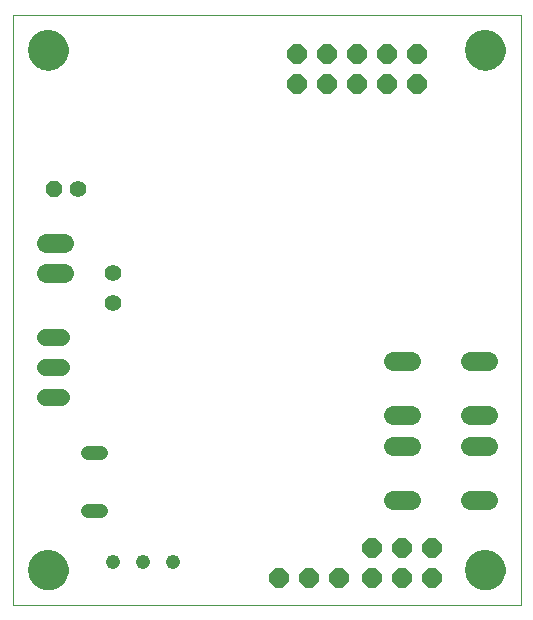
<source format=gbs>
G75*
G70*
%OFA0B0*%
%FSLAX24Y24*%
%IPPOS*%
%LPD*%
%AMOC8*
5,1,8,0,0,1.08239X$1,22.5*
%
%ADD10C,0.0000*%
%ADD11C,0.0640*%
%ADD12C,0.0480*%
%ADD13OC8,0.0560*%
%ADD14C,0.0560*%
%ADD15C,0.0560*%
%ADD16C,0.1340*%
%ADD17OC8,0.0640*%
%ADD18C,0.0476*%
%ADD19C,0.0555*%
D10*
X001110Y000743D02*
X001110Y020428D01*
X018039Y020428D01*
X018039Y000743D01*
X001110Y000743D01*
X001641Y001924D02*
X001643Y001974D01*
X001649Y002024D01*
X001659Y002074D01*
X001672Y002122D01*
X001689Y002170D01*
X001710Y002216D01*
X001734Y002260D01*
X001762Y002302D01*
X001793Y002342D01*
X001827Y002379D01*
X001864Y002414D01*
X001903Y002445D01*
X001944Y002474D01*
X001988Y002499D01*
X002034Y002521D01*
X002081Y002539D01*
X002129Y002553D01*
X002178Y002564D01*
X002228Y002571D01*
X002278Y002574D01*
X002329Y002573D01*
X002379Y002568D01*
X002429Y002559D01*
X002477Y002547D01*
X002525Y002530D01*
X002571Y002510D01*
X002616Y002487D01*
X002659Y002460D01*
X002699Y002430D01*
X002737Y002397D01*
X002772Y002361D01*
X002805Y002322D01*
X002834Y002281D01*
X002860Y002238D01*
X002883Y002193D01*
X002902Y002146D01*
X002917Y002098D01*
X002929Y002049D01*
X002937Y001999D01*
X002941Y001949D01*
X002941Y001899D01*
X002937Y001849D01*
X002929Y001799D01*
X002917Y001750D01*
X002902Y001702D01*
X002883Y001655D01*
X002860Y001610D01*
X002834Y001567D01*
X002805Y001526D01*
X002772Y001487D01*
X002737Y001451D01*
X002699Y001418D01*
X002659Y001388D01*
X002616Y001361D01*
X002571Y001338D01*
X002525Y001318D01*
X002477Y001301D01*
X002429Y001289D01*
X002379Y001280D01*
X002329Y001275D01*
X002278Y001274D01*
X002228Y001277D01*
X002178Y001284D01*
X002129Y001295D01*
X002081Y001309D01*
X002034Y001327D01*
X001988Y001349D01*
X001944Y001374D01*
X001903Y001403D01*
X001864Y001434D01*
X001827Y001469D01*
X001793Y001506D01*
X001762Y001546D01*
X001734Y001588D01*
X001710Y001632D01*
X001689Y001678D01*
X001672Y001726D01*
X001659Y001774D01*
X001649Y001824D01*
X001643Y001874D01*
X001641Y001924D01*
X001641Y019247D02*
X001643Y019297D01*
X001649Y019347D01*
X001659Y019397D01*
X001672Y019445D01*
X001689Y019493D01*
X001710Y019539D01*
X001734Y019583D01*
X001762Y019625D01*
X001793Y019665D01*
X001827Y019702D01*
X001864Y019737D01*
X001903Y019768D01*
X001944Y019797D01*
X001988Y019822D01*
X002034Y019844D01*
X002081Y019862D01*
X002129Y019876D01*
X002178Y019887D01*
X002228Y019894D01*
X002278Y019897D01*
X002329Y019896D01*
X002379Y019891D01*
X002429Y019882D01*
X002477Y019870D01*
X002525Y019853D01*
X002571Y019833D01*
X002616Y019810D01*
X002659Y019783D01*
X002699Y019753D01*
X002737Y019720D01*
X002772Y019684D01*
X002805Y019645D01*
X002834Y019604D01*
X002860Y019561D01*
X002883Y019516D01*
X002902Y019469D01*
X002917Y019421D01*
X002929Y019372D01*
X002937Y019322D01*
X002941Y019272D01*
X002941Y019222D01*
X002937Y019172D01*
X002929Y019122D01*
X002917Y019073D01*
X002902Y019025D01*
X002883Y018978D01*
X002860Y018933D01*
X002834Y018890D01*
X002805Y018849D01*
X002772Y018810D01*
X002737Y018774D01*
X002699Y018741D01*
X002659Y018711D01*
X002616Y018684D01*
X002571Y018661D01*
X002525Y018641D01*
X002477Y018624D01*
X002429Y018612D01*
X002379Y018603D01*
X002329Y018598D01*
X002278Y018597D01*
X002228Y018600D01*
X002178Y018607D01*
X002129Y018618D01*
X002081Y018632D01*
X002034Y018650D01*
X001988Y018672D01*
X001944Y018697D01*
X001903Y018726D01*
X001864Y018757D01*
X001827Y018792D01*
X001793Y018829D01*
X001762Y018869D01*
X001734Y018911D01*
X001710Y018955D01*
X001689Y019001D01*
X001672Y019049D01*
X001659Y019097D01*
X001649Y019147D01*
X001643Y019197D01*
X001641Y019247D01*
X016208Y019247D02*
X016210Y019297D01*
X016216Y019347D01*
X016226Y019397D01*
X016239Y019445D01*
X016256Y019493D01*
X016277Y019539D01*
X016301Y019583D01*
X016329Y019625D01*
X016360Y019665D01*
X016394Y019702D01*
X016431Y019737D01*
X016470Y019768D01*
X016511Y019797D01*
X016555Y019822D01*
X016601Y019844D01*
X016648Y019862D01*
X016696Y019876D01*
X016745Y019887D01*
X016795Y019894D01*
X016845Y019897D01*
X016896Y019896D01*
X016946Y019891D01*
X016996Y019882D01*
X017044Y019870D01*
X017092Y019853D01*
X017138Y019833D01*
X017183Y019810D01*
X017226Y019783D01*
X017266Y019753D01*
X017304Y019720D01*
X017339Y019684D01*
X017372Y019645D01*
X017401Y019604D01*
X017427Y019561D01*
X017450Y019516D01*
X017469Y019469D01*
X017484Y019421D01*
X017496Y019372D01*
X017504Y019322D01*
X017508Y019272D01*
X017508Y019222D01*
X017504Y019172D01*
X017496Y019122D01*
X017484Y019073D01*
X017469Y019025D01*
X017450Y018978D01*
X017427Y018933D01*
X017401Y018890D01*
X017372Y018849D01*
X017339Y018810D01*
X017304Y018774D01*
X017266Y018741D01*
X017226Y018711D01*
X017183Y018684D01*
X017138Y018661D01*
X017092Y018641D01*
X017044Y018624D01*
X016996Y018612D01*
X016946Y018603D01*
X016896Y018598D01*
X016845Y018597D01*
X016795Y018600D01*
X016745Y018607D01*
X016696Y018618D01*
X016648Y018632D01*
X016601Y018650D01*
X016555Y018672D01*
X016511Y018697D01*
X016470Y018726D01*
X016431Y018757D01*
X016394Y018792D01*
X016360Y018829D01*
X016329Y018869D01*
X016301Y018911D01*
X016277Y018955D01*
X016256Y019001D01*
X016239Y019049D01*
X016226Y019097D01*
X016216Y019147D01*
X016210Y019197D01*
X016208Y019247D01*
X016208Y001924D02*
X016210Y001974D01*
X016216Y002024D01*
X016226Y002074D01*
X016239Y002122D01*
X016256Y002170D01*
X016277Y002216D01*
X016301Y002260D01*
X016329Y002302D01*
X016360Y002342D01*
X016394Y002379D01*
X016431Y002414D01*
X016470Y002445D01*
X016511Y002474D01*
X016555Y002499D01*
X016601Y002521D01*
X016648Y002539D01*
X016696Y002553D01*
X016745Y002564D01*
X016795Y002571D01*
X016845Y002574D01*
X016896Y002573D01*
X016946Y002568D01*
X016996Y002559D01*
X017044Y002547D01*
X017092Y002530D01*
X017138Y002510D01*
X017183Y002487D01*
X017226Y002460D01*
X017266Y002430D01*
X017304Y002397D01*
X017339Y002361D01*
X017372Y002322D01*
X017401Y002281D01*
X017427Y002238D01*
X017450Y002193D01*
X017469Y002146D01*
X017484Y002098D01*
X017496Y002049D01*
X017504Y001999D01*
X017508Y001949D01*
X017508Y001899D01*
X017504Y001849D01*
X017496Y001799D01*
X017484Y001750D01*
X017469Y001702D01*
X017450Y001655D01*
X017427Y001610D01*
X017401Y001567D01*
X017372Y001526D01*
X017339Y001487D01*
X017304Y001451D01*
X017266Y001418D01*
X017226Y001388D01*
X017183Y001361D01*
X017138Y001338D01*
X017092Y001318D01*
X017044Y001301D01*
X016996Y001289D01*
X016946Y001280D01*
X016896Y001275D01*
X016845Y001274D01*
X016795Y001277D01*
X016745Y001284D01*
X016696Y001295D01*
X016648Y001309D01*
X016601Y001327D01*
X016555Y001349D01*
X016511Y001374D01*
X016470Y001403D01*
X016431Y001434D01*
X016394Y001469D01*
X016360Y001506D01*
X016329Y001546D01*
X016301Y001588D01*
X016277Y001632D01*
X016256Y001678D01*
X016239Y001726D01*
X016226Y001774D01*
X016216Y001824D01*
X016210Y001874D01*
X016208Y001924D01*
D11*
X016342Y004262D02*
X016942Y004262D01*
X016942Y006042D02*
X016342Y006042D01*
X016342Y007097D02*
X016942Y007097D01*
X016942Y008877D02*
X016342Y008877D01*
X014382Y008877D02*
X013782Y008877D01*
X013782Y007097D02*
X014382Y007097D01*
X014382Y006042D02*
X013782Y006042D01*
X013782Y004262D02*
X014382Y004262D01*
X002828Y011818D02*
X002228Y011818D01*
X002228Y012818D02*
X002828Y012818D01*
D12*
X003627Y005818D02*
X004067Y005818D01*
X004067Y003897D02*
X003627Y003897D01*
D13*
X002501Y014606D03*
D14*
X003301Y014606D03*
D15*
X002709Y009696D02*
X002189Y009696D01*
X002189Y008696D02*
X002709Y008696D01*
X002709Y007696D02*
X002189Y007696D01*
D16*
X002291Y001924D03*
X016858Y001924D03*
X016858Y019247D03*
X002291Y019247D03*
D17*
X010595Y019106D03*
X010595Y018106D03*
X011595Y018106D03*
X011595Y019106D03*
X012595Y019106D03*
X012595Y018106D03*
X013595Y018106D03*
X013595Y019106D03*
X014595Y019106D03*
X014595Y018106D03*
X014102Y002660D03*
X013102Y002660D03*
X013102Y001660D03*
X014102Y001660D03*
X015102Y001660D03*
X015102Y002660D03*
X012000Y001660D03*
X011000Y001660D03*
X010000Y001660D03*
D18*
X006466Y002199D03*
X005466Y002199D03*
X004466Y002199D03*
D19*
X004460Y010810D03*
X004460Y011810D03*
M02*

</source>
